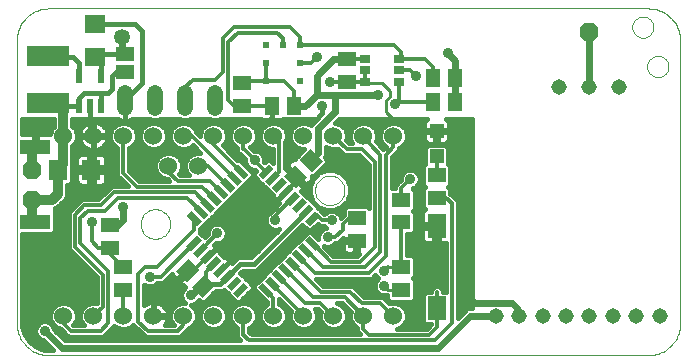
<source format=gtl>
G75*
%MOIN*%
%OFA0B0*%
%FSLAX24Y24*%
%IPPOS*%
%LPD*%
%AMOC8*
5,1,8,0,0,1.08239X$1,22.5*
%
%ADD10C,0.0000*%
%ADD11C,0.0001*%
%ADD12R,0.0500X0.0220*%
%ADD13R,0.0220X0.0500*%
%ADD14R,0.0630X0.0512*%
%ADD15R,0.0512X0.0591*%
%ADD16R,0.0591X0.0512*%
%ADD17C,0.0515*%
%ADD18R,0.0472X0.0472*%
%ADD19R,0.0197X0.0236*%
%ADD20R,0.0236X0.0197*%
%ADD21R,0.0354X0.0276*%
%ADD22C,0.0600*%
%ADD23OC8,0.0630*%
%ADD24R,0.0512X0.0630*%
%ADD25C,0.0520*%
%ADD26R,0.0217X0.0472*%
%ADD27R,0.1417X0.0709*%
%ADD28R,0.0630X0.0709*%
%ADD29R,0.0709X0.0630*%
%ADD30R,0.0630X0.0460*%
%ADD31R,0.0630X0.0787*%
%ADD32R,0.1000X0.0500*%
%ADD33C,0.0120*%
%ADD34C,0.0356*%
%ADD35C,0.0100*%
%ADD36C,0.0160*%
%ADD37C,0.0240*%
%ADD38C,0.0320*%
%ADD39C,0.0531*%
D10*
X001305Y000180D02*
X021305Y000180D01*
X022368Y001243D02*
X022368Y010680D01*
X020764Y011118D02*
X020766Y011155D01*
X020772Y011192D01*
X020781Y011227D01*
X020795Y011262D01*
X020811Y011295D01*
X020832Y011326D01*
X020855Y011355D01*
X020881Y011381D01*
X020910Y011404D01*
X020941Y011425D01*
X020974Y011441D01*
X021009Y011455D01*
X021044Y011464D01*
X021081Y011470D01*
X021118Y011472D01*
X021155Y011470D01*
X021192Y011464D01*
X021227Y011455D01*
X021262Y011441D01*
X021295Y011425D01*
X021326Y011404D01*
X021355Y011381D01*
X021381Y011355D01*
X021404Y011326D01*
X021425Y011295D01*
X021441Y011262D01*
X021455Y011227D01*
X021464Y011192D01*
X021470Y011155D01*
X021472Y011118D01*
X021470Y011081D01*
X021464Y011044D01*
X021455Y011009D01*
X021441Y010974D01*
X021425Y010941D01*
X021404Y010910D01*
X021381Y010881D01*
X021355Y010855D01*
X021326Y010832D01*
X021295Y010811D01*
X021262Y010795D01*
X021227Y010781D01*
X021192Y010772D01*
X021155Y010766D01*
X021118Y010764D01*
X021081Y010766D01*
X021044Y010772D01*
X021009Y010781D01*
X020974Y010795D01*
X020941Y010811D01*
X020910Y010832D01*
X020881Y010855D01*
X020855Y010881D01*
X020832Y010910D01*
X020811Y010941D01*
X020795Y010974D01*
X020781Y011009D01*
X020772Y011044D01*
X020766Y011081D01*
X020764Y011118D01*
X021305Y011743D02*
X001305Y011743D01*
X000243Y010680D02*
X000243Y001243D01*
X004376Y004555D02*
X004378Y004599D01*
X004384Y004643D01*
X004394Y004686D01*
X004407Y004728D01*
X004425Y004768D01*
X004446Y004807D01*
X004470Y004844D01*
X004497Y004879D01*
X004528Y004911D01*
X004561Y004940D01*
X004597Y004966D01*
X004635Y004988D01*
X004675Y005007D01*
X004716Y005023D01*
X004759Y005035D01*
X004802Y005043D01*
X004846Y005047D01*
X004890Y005047D01*
X004934Y005043D01*
X004977Y005035D01*
X005020Y005023D01*
X005061Y005007D01*
X005101Y004988D01*
X005139Y004966D01*
X005175Y004940D01*
X005208Y004911D01*
X005239Y004879D01*
X005266Y004844D01*
X005290Y004807D01*
X005311Y004768D01*
X005329Y004728D01*
X005342Y004686D01*
X005352Y004643D01*
X005358Y004599D01*
X005360Y004555D01*
X005358Y004511D01*
X005352Y004467D01*
X005342Y004424D01*
X005329Y004382D01*
X005311Y004342D01*
X005290Y004303D01*
X005266Y004266D01*
X005239Y004231D01*
X005208Y004199D01*
X005175Y004170D01*
X005139Y004144D01*
X005101Y004122D01*
X005061Y004103D01*
X005020Y004087D01*
X004977Y004075D01*
X004934Y004067D01*
X004890Y004063D01*
X004846Y004063D01*
X004802Y004067D01*
X004759Y004075D01*
X004716Y004087D01*
X004675Y004103D01*
X004635Y004122D01*
X004597Y004144D01*
X004561Y004170D01*
X004528Y004199D01*
X004497Y004231D01*
X004470Y004266D01*
X004446Y004303D01*
X004425Y004342D01*
X004407Y004382D01*
X004394Y004424D01*
X004384Y004467D01*
X004378Y004511D01*
X004376Y004555D01*
X010188Y005680D02*
X010190Y005724D01*
X010196Y005768D01*
X010206Y005811D01*
X010219Y005853D01*
X010237Y005893D01*
X010258Y005932D01*
X010282Y005969D01*
X010309Y006004D01*
X010340Y006036D01*
X010373Y006065D01*
X010409Y006091D01*
X010447Y006113D01*
X010487Y006132D01*
X010528Y006148D01*
X010571Y006160D01*
X010614Y006168D01*
X010658Y006172D01*
X010702Y006172D01*
X010746Y006168D01*
X010789Y006160D01*
X010832Y006148D01*
X010873Y006132D01*
X010913Y006113D01*
X010951Y006091D01*
X010987Y006065D01*
X011020Y006036D01*
X011051Y006004D01*
X011078Y005969D01*
X011102Y005932D01*
X011123Y005893D01*
X011141Y005853D01*
X011154Y005811D01*
X011164Y005768D01*
X011170Y005724D01*
X011172Y005680D01*
X011170Y005636D01*
X011164Y005592D01*
X011154Y005549D01*
X011141Y005507D01*
X011123Y005467D01*
X011102Y005428D01*
X011078Y005391D01*
X011051Y005356D01*
X011020Y005324D01*
X010987Y005295D01*
X010951Y005269D01*
X010913Y005247D01*
X010873Y005228D01*
X010832Y005212D01*
X010789Y005200D01*
X010746Y005192D01*
X010702Y005188D01*
X010658Y005188D01*
X010614Y005192D01*
X010571Y005200D01*
X010528Y005212D01*
X010487Y005228D01*
X010447Y005247D01*
X010409Y005269D01*
X010373Y005295D01*
X010340Y005324D01*
X010309Y005356D01*
X010282Y005391D01*
X010258Y005428D01*
X010237Y005467D01*
X010219Y005507D01*
X010206Y005549D01*
X010196Y005592D01*
X010190Y005636D01*
X010188Y005680D01*
X021264Y009805D02*
X021266Y009842D01*
X021272Y009879D01*
X021281Y009914D01*
X021295Y009949D01*
X021311Y009982D01*
X021332Y010013D01*
X021355Y010042D01*
X021381Y010068D01*
X021410Y010091D01*
X021441Y010112D01*
X021474Y010128D01*
X021509Y010142D01*
X021544Y010151D01*
X021581Y010157D01*
X021618Y010159D01*
X021655Y010157D01*
X021692Y010151D01*
X021727Y010142D01*
X021762Y010128D01*
X021795Y010112D01*
X021826Y010091D01*
X021855Y010068D01*
X021881Y010042D01*
X021904Y010013D01*
X021925Y009982D01*
X021941Y009949D01*
X021955Y009914D01*
X021964Y009879D01*
X021970Y009842D01*
X021972Y009805D01*
X021970Y009768D01*
X021964Y009731D01*
X021955Y009696D01*
X021941Y009661D01*
X021925Y009628D01*
X021904Y009597D01*
X021881Y009568D01*
X021855Y009542D01*
X021826Y009519D01*
X021795Y009498D01*
X021762Y009482D01*
X021727Y009468D01*
X021692Y009459D01*
X021655Y009453D01*
X021618Y009451D01*
X021581Y009453D01*
X021544Y009459D01*
X021509Y009468D01*
X021474Y009482D01*
X021441Y009498D01*
X021410Y009519D01*
X021381Y009542D01*
X021355Y009568D01*
X021332Y009597D01*
X021311Y009628D01*
X021295Y009661D01*
X021281Y009696D01*
X021272Y009731D01*
X021266Y009768D01*
X021264Y009805D01*
D11*
X022367Y010680D02*
X022364Y010744D01*
X022357Y010807D01*
X022347Y010870D01*
X022333Y010933D01*
X022315Y010994D01*
X022294Y011054D01*
X022269Y011113D01*
X022241Y011170D01*
X022209Y011226D01*
X022174Y011279D01*
X022136Y011331D01*
X022095Y011380D01*
X022051Y011426D01*
X022005Y011470D01*
X021956Y011511D01*
X021904Y011549D01*
X021851Y011584D01*
X021795Y011616D01*
X021738Y011644D01*
X021679Y011669D01*
X021619Y011690D01*
X021558Y011708D01*
X021495Y011722D01*
X021432Y011732D01*
X021369Y011739D01*
X021305Y011742D01*
X001305Y011742D02*
X001241Y011739D01*
X001178Y011732D01*
X001115Y011722D01*
X001052Y011708D01*
X000991Y011690D01*
X000931Y011669D01*
X000872Y011644D01*
X000815Y011616D01*
X000759Y011584D01*
X000706Y011549D01*
X000654Y011511D01*
X000605Y011470D01*
X000559Y011426D01*
X000515Y011380D01*
X000474Y011331D01*
X000436Y011279D01*
X000401Y011226D01*
X000369Y011170D01*
X000341Y011113D01*
X000316Y011054D01*
X000295Y010994D01*
X000277Y010933D01*
X000263Y010870D01*
X000253Y010807D01*
X000246Y010744D01*
X000243Y010680D01*
X000243Y001242D02*
X000246Y001178D01*
X000253Y001115D01*
X000263Y001052D01*
X000277Y000989D01*
X000295Y000928D01*
X000316Y000868D01*
X000341Y000809D01*
X000369Y000752D01*
X000401Y000696D01*
X000436Y000643D01*
X000474Y000591D01*
X000515Y000542D01*
X000559Y000496D01*
X000605Y000452D01*
X000654Y000411D01*
X000706Y000373D01*
X000759Y000338D01*
X000815Y000306D01*
X000872Y000278D01*
X000931Y000253D01*
X000991Y000232D01*
X001052Y000214D01*
X001115Y000200D01*
X001178Y000190D01*
X001241Y000183D01*
X001305Y000180D01*
X021305Y000180D02*
X021369Y000183D01*
X021432Y000190D01*
X021495Y000200D01*
X021558Y000214D01*
X021619Y000232D01*
X021679Y000253D01*
X021738Y000278D01*
X021795Y000306D01*
X021851Y000338D01*
X021904Y000373D01*
X021956Y000411D01*
X022005Y000452D01*
X022051Y000496D01*
X022095Y000542D01*
X022136Y000591D01*
X022174Y000643D01*
X022209Y000696D01*
X022241Y000752D01*
X022269Y000809D01*
X022294Y000868D01*
X022315Y000928D01*
X022333Y000989D01*
X022347Y001052D01*
X022357Y001115D01*
X022364Y001178D01*
X022367Y001242D01*
D12*
G36*
X010361Y004838D02*
X010009Y004486D01*
X009853Y004642D01*
X010205Y004994D01*
X010361Y004838D01*
G37*
G36*
X010138Y005061D02*
X009786Y004709D01*
X009630Y004865D01*
X009982Y005217D01*
X010138Y005061D01*
G37*
G36*
X009916Y005284D02*
X009564Y004932D01*
X009408Y005088D01*
X009760Y005440D01*
X009916Y005284D01*
G37*
G36*
X009693Y005506D02*
X009341Y005154D01*
X009185Y005310D01*
X009537Y005662D01*
X009693Y005506D01*
G37*
G36*
X009470Y005729D02*
X009118Y005377D01*
X008962Y005533D01*
X009314Y005885D01*
X009470Y005729D01*
G37*
G36*
X009248Y005952D02*
X008896Y005600D01*
X008740Y005756D01*
X009092Y006108D01*
X009248Y005952D01*
G37*
G36*
X009025Y006174D02*
X008673Y005822D01*
X008517Y005978D01*
X008869Y006330D01*
X009025Y006174D01*
G37*
G36*
X008802Y006397D02*
X008450Y006045D01*
X008294Y006201D01*
X008646Y006553D01*
X008802Y006397D01*
G37*
G36*
X006412Y004007D02*
X006060Y003655D01*
X005904Y003811D01*
X006256Y004163D01*
X006412Y004007D01*
G37*
G36*
X006635Y003784D02*
X006283Y003432D01*
X006127Y003588D01*
X006479Y003940D01*
X006635Y003784D01*
G37*
G36*
X006858Y003562D02*
X006506Y003210D01*
X006350Y003366D01*
X006702Y003718D01*
X006858Y003562D01*
G37*
G36*
X007080Y003339D02*
X006728Y002987D01*
X006572Y003143D01*
X006924Y003495D01*
X007080Y003339D01*
G37*
G36*
X007303Y003116D02*
X006951Y002764D01*
X006795Y002920D01*
X007147Y003272D01*
X007303Y003116D01*
G37*
G36*
X007526Y002894D02*
X007174Y002542D01*
X007018Y002698D01*
X007370Y003050D01*
X007526Y002894D01*
G37*
G36*
X007748Y002671D02*
X007396Y002319D01*
X007240Y002475D01*
X007592Y002827D01*
X007748Y002671D01*
G37*
G36*
X007971Y002448D02*
X007619Y002096D01*
X007463Y002252D01*
X007815Y002604D01*
X007971Y002448D01*
G37*
D13*
G36*
X008802Y002252D02*
X008646Y002096D01*
X008294Y002448D01*
X008450Y002604D01*
X008802Y002252D01*
G37*
G36*
X009025Y002475D02*
X008869Y002319D01*
X008517Y002671D01*
X008673Y002827D01*
X009025Y002475D01*
G37*
G36*
X009248Y002698D02*
X009092Y002542D01*
X008740Y002894D01*
X008896Y003050D01*
X009248Y002698D01*
G37*
G36*
X009470Y002920D02*
X009314Y002764D01*
X008962Y003116D01*
X009118Y003272D01*
X009470Y002920D01*
G37*
G36*
X009693Y003143D02*
X009537Y002987D01*
X009185Y003339D01*
X009341Y003495D01*
X009693Y003143D01*
G37*
G36*
X009916Y003366D02*
X009760Y003210D01*
X009408Y003562D01*
X009564Y003718D01*
X009916Y003366D01*
G37*
G36*
X010138Y003588D02*
X009982Y003432D01*
X009630Y003784D01*
X009786Y003940D01*
X010138Y003588D01*
G37*
G36*
X010361Y003811D02*
X010205Y003655D01*
X009853Y004007D01*
X010009Y004163D01*
X010361Y003811D01*
G37*
G36*
X007303Y005533D02*
X007147Y005377D01*
X006795Y005729D01*
X006951Y005885D01*
X007303Y005533D01*
G37*
G36*
X007526Y005756D02*
X007370Y005600D01*
X007018Y005952D01*
X007174Y006108D01*
X007526Y005756D01*
G37*
G36*
X007748Y005978D02*
X007592Y005822D01*
X007240Y006174D01*
X007396Y006330D01*
X007748Y005978D01*
G37*
G36*
X007971Y006201D02*
X007815Y006045D01*
X007463Y006397D01*
X007619Y006553D01*
X007971Y006201D01*
G37*
G36*
X007080Y005310D02*
X006924Y005154D01*
X006572Y005506D01*
X006728Y005662D01*
X007080Y005310D01*
G37*
G36*
X006858Y005088D02*
X006702Y004932D01*
X006350Y005284D01*
X006506Y005440D01*
X006858Y005088D01*
G37*
G36*
X006635Y004865D02*
X006479Y004709D01*
X006127Y005061D01*
X006283Y005217D01*
X006635Y004865D01*
G37*
G36*
X006412Y004642D02*
X006256Y004486D01*
X005904Y004838D01*
X006060Y004994D01*
X006412Y004642D01*
G37*
D14*
X003350Y004514D03*
X003350Y003766D03*
X013055Y003117D03*
X013055Y002368D03*
X013055Y004618D03*
X013055Y005367D03*
X014243Y005431D03*
X014243Y006179D03*
D15*
G36*
X010453Y006645D02*
X010091Y006283D01*
X009675Y006699D01*
X010037Y007061D01*
X010453Y006645D01*
G37*
G36*
X009924Y006116D02*
X009562Y005754D01*
X009146Y006170D01*
X009508Y006532D01*
X009924Y006116D01*
G37*
X009492Y008493D03*
X008743Y008493D03*
G36*
X005923Y002620D02*
X005561Y002982D01*
X005977Y003398D01*
X006339Y003036D01*
X005923Y002620D01*
G37*
G36*
X006451Y002091D02*
X006089Y002453D01*
X006505Y002869D01*
X006867Y002507D01*
X006451Y002091D01*
G37*
D16*
X003805Y002368D03*
X003805Y003117D03*
X011584Y004000D03*
X011584Y004748D03*
X007743Y008493D03*
X007743Y009242D03*
X011243Y009306D03*
X011243Y010054D03*
D17*
X018336Y009118D03*
X019336Y009118D03*
X020336Y009118D03*
X020118Y001493D03*
X020899Y001493D03*
X021680Y001493D03*
X019336Y001493D03*
X018555Y001493D03*
X017774Y001493D03*
X016993Y001493D03*
X016211Y001493D03*
D18*
X014243Y006829D03*
X014243Y007656D03*
D19*
X009688Y009339D03*
X009688Y009930D03*
X009688Y010521D03*
X008547Y010521D03*
X008547Y009930D03*
X008547Y009339D03*
D20*
X009118Y010540D03*
D21*
X011859Y010054D03*
X011859Y009680D03*
X011859Y009306D03*
X013001Y009306D03*
X013001Y009680D03*
X013001Y010054D03*
D22*
X012805Y007493D03*
X011805Y007493D03*
X010805Y007493D03*
X009805Y007493D03*
X008805Y007493D03*
X007805Y007493D03*
X006805Y007493D03*
X005805Y007493D03*
X004805Y007493D03*
X003805Y007493D03*
X002805Y007493D03*
X001805Y007493D03*
X005305Y006493D03*
X006305Y006493D03*
X005805Y001493D03*
X004805Y001493D03*
X003805Y001493D03*
X002805Y001493D03*
X001805Y001493D03*
X006805Y001493D03*
X007805Y001493D03*
X008805Y001493D03*
X009805Y001493D03*
X010805Y001493D03*
X011805Y001493D03*
X012805Y001493D03*
D23*
X000743Y005368D03*
X000743Y006368D03*
X019336Y010961D03*
D24*
X014867Y009430D03*
X014118Y009430D03*
X014118Y008618D03*
X014867Y008618D03*
D25*
X006868Y008420D02*
X006868Y008940D01*
X005868Y008940D02*
X005868Y008420D01*
X004868Y008420D02*
X004868Y008940D01*
X003868Y008940D02*
X003868Y008420D01*
D26*
X003054Y008481D03*
X002680Y008481D03*
X002306Y008481D03*
X002306Y009504D03*
X003054Y009504D03*
D27*
X001305Y010155D03*
X001305Y008580D03*
D28*
X001629Y006368D03*
X002731Y006368D03*
D29*
X002868Y010129D03*
X002868Y011231D03*
D30*
X003868Y010230D03*
X003868Y009630D03*
D31*
X014243Y004493D03*
X014243Y001742D03*
D32*
X000868Y004618D03*
X000868Y007118D03*
D33*
X003055Y005180D02*
X003493Y005618D01*
X006180Y005618D01*
X006604Y005194D01*
X006604Y005186D01*
X006381Y004979D02*
X005930Y005430D01*
X003618Y005430D01*
X003180Y004993D01*
X002618Y004993D01*
X002368Y004743D01*
X002368Y003930D01*
X003305Y002993D01*
X003305Y001243D01*
X003055Y000993D01*
X002055Y000993D01*
X001805Y001243D01*
X001805Y001493D01*
X002805Y001493D02*
X003118Y001805D01*
X003118Y002868D01*
X002180Y003805D01*
X002180Y004868D01*
X002493Y005180D01*
X003055Y005180D01*
X002743Y004618D02*
X002743Y003993D01*
X002969Y003766D01*
X003350Y003766D01*
X003350Y003572D01*
X003805Y003117D01*
X004305Y002887D02*
X004305Y001305D01*
X004618Y000993D01*
X005618Y000993D01*
X005805Y001180D01*
X005805Y001493D01*
X004805Y001493D02*
X004805Y001743D01*
X006075Y003012D01*
X005950Y003009D01*
X006137Y002997D01*
X006604Y003464D01*
X007015Y003875D01*
X007241Y003875D01*
X007374Y003743D01*
X007462Y003654D01*
X007462Y003431D01*
X007049Y003018D01*
X006826Y003241D02*
X006542Y002957D01*
X006542Y002667D01*
X006478Y002480D01*
X006716Y002555D01*
X006136Y002947D02*
X005950Y003009D01*
X005054Y002805D02*
X004680Y002805D01*
X004536Y003118D02*
X004305Y002887D01*
X004536Y003118D02*
X004930Y003118D01*
X006158Y004346D01*
X006158Y004740D01*
X006381Y004963D02*
X006381Y004979D01*
X006826Y005408D02*
X006826Y005409D01*
X006430Y005805D01*
X004243Y005805D01*
X003805Y006243D01*
X003805Y007493D01*
X005305Y006493D02*
X005305Y006305D01*
X005618Y005993D01*
X006688Y005993D01*
X007049Y005631D01*
X007272Y005854D02*
X006633Y006493D01*
X006305Y006493D01*
X006078Y007493D02*
X007494Y006076D01*
X007717Y006268D02*
X007717Y006299D01*
X006805Y007211D01*
X006805Y007493D01*
X006078Y007493D02*
X005805Y007493D01*
X007305Y008680D02*
X007492Y008493D01*
X007743Y008493D01*
X008368Y008493D01*
X008743Y008493D01*
X009492Y008493D02*
X009492Y008993D01*
X009146Y009339D01*
X008547Y009339D01*
X008028Y009339D01*
X007743Y009242D01*
X007118Y009618D02*
X006868Y009368D01*
X006118Y009368D01*
X005868Y009118D01*
X005868Y008680D01*
X007305Y008680D02*
X007305Y010618D01*
X007618Y010930D01*
X008930Y010930D01*
X009118Y010743D01*
X009118Y010540D01*
X009688Y010521D02*
X009688Y010797D01*
X009368Y011118D01*
X007493Y011118D01*
X007118Y010743D01*
X007118Y009618D01*
X008547Y009339D02*
X008547Y009930D01*
X009688Y009930D02*
X010055Y009930D01*
X010243Y010118D01*
X009688Y010521D02*
X012839Y010521D01*
X013055Y010305D01*
X013055Y010108D01*
X013001Y010054D01*
X013868Y010054D01*
X014118Y009805D01*
X014118Y009431D01*
X014118Y009430D01*
X013555Y009493D02*
X013368Y009680D01*
X013001Y009680D01*
X013001Y009306D02*
X013001Y008688D01*
X012868Y008555D01*
X012930Y008618D01*
X014118Y008618D01*
X012805Y007493D02*
X012805Y007118D01*
X012555Y006868D01*
X012555Y003493D01*
X011993Y002930D01*
X010195Y002930D01*
X009662Y003464D01*
X009884Y003686D02*
X010453Y003118D01*
X011868Y003118D01*
X012368Y003618D01*
X012368Y006868D01*
X011805Y007493D01*
X011743Y007055D02*
X011243Y007055D01*
X010805Y007493D01*
X011743Y007055D02*
X012180Y006618D01*
X012180Y003805D01*
X011680Y003305D01*
X010711Y003305D01*
X010107Y003909D01*
X010618Y004118D02*
X010868Y004118D01*
X011118Y004368D01*
X011118Y004555D01*
X011310Y004748D01*
X011584Y004748D01*
X010743Y004680D02*
X010430Y004680D01*
X010240Y004865D01*
X010107Y004740D01*
X009439Y005408D02*
X008868Y004837D01*
X008868Y004680D01*
X008305Y004368D02*
X008305Y004368D01*
X008129Y004544D01*
X007374Y003788D01*
X006930Y004243D02*
X006506Y003818D01*
X006381Y003686D01*
X006158Y003909D02*
X005054Y002805D01*
X003805Y002368D02*
X003805Y001493D01*
X007805Y001493D02*
X007805Y000868D01*
X007993Y000680D01*
X014180Y000680D01*
X014743Y001243D01*
X014743Y005243D01*
X014555Y005430D01*
X014243Y005430D01*
X014243Y005431D01*
X013368Y006055D02*
X013055Y005743D01*
X013055Y005367D01*
X013055Y004618D02*
X013055Y003117D01*
X012617Y003117D02*
X012493Y002993D01*
X011584Y003709D02*
X011368Y003493D01*
X011118Y003493D01*
X010868Y003743D01*
X010623Y004112D02*
X010618Y004118D01*
X011584Y004000D02*
X011584Y003709D01*
X010375Y002305D02*
X009439Y003241D01*
X009216Y003018D02*
X010117Y002118D01*
X011180Y002118D01*
X011805Y001493D01*
X011805Y001055D01*
X011993Y000868D01*
X013993Y000868D01*
X014253Y001128D01*
X014253Y002294D01*
X014243Y001742D01*
X012805Y001493D02*
X012368Y001930D01*
X011743Y001930D01*
X011368Y002305D01*
X010375Y002305D01*
X010368Y001930D02*
X009859Y001930D01*
X008994Y002796D01*
X008771Y002573D02*
X009805Y001539D01*
X009805Y001493D01*
X010368Y001930D02*
X010805Y001493D01*
X008805Y001493D02*
X008805Y002093D01*
X008548Y002350D01*
X008129Y004544D02*
X009216Y005631D01*
X009660Y006075D01*
X009535Y006143D01*
X009660Y006075D01*
X008993Y006298D02*
X008993Y007305D01*
X008805Y007493D01*
X008743Y007992D02*
X007930Y007993D01*
X007805Y007493D02*
X007805Y007042D01*
X007818Y007042D01*
X008180Y006680D01*
X008180Y006667D01*
X008548Y006299D01*
X008771Y006076D02*
X008993Y006298D01*
X010064Y006672D02*
X010189Y006814D01*
X014243Y006829D02*
X014243Y006179D01*
X011859Y009306D02*
X011243Y009306D01*
X010681Y009306D01*
X010680Y009305D01*
X011243Y010054D02*
X011859Y010054D01*
X011859Y009680D02*
X011859Y009306D01*
X016118Y001492D02*
X016211Y001493D01*
D34*
X013430Y001305D03*
X011305Y001055D03*
X009305Y001055D03*
X007305Y001055D03*
X006055Y002180D03*
X004680Y002805D03*
X002305Y002180D03*
X000743Y002868D03*
X001618Y003368D03*
X000618Y003618D03*
X001805Y004368D03*
X002743Y004618D03*
X003805Y005118D03*
X004555Y006430D03*
X001368Y007930D03*
X001118Y007680D03*
X000868Y007930D03*
X000555Y007680D03*
X006930Y004243D03*
X008305Y004368D03*
X008868Y004680D03*
X007993Y005243D03*
X010618Y004118D03*
X010868Y003743D03*
X012493Y002993D03*
X012493Y002493D03*
X010555Y002618D03*
X010743Y004680D03*
X013368Y006055D03*
X010430Y008493D03*
X010680Y009305D03*
X010243Y010118D03*
X012305Y008868D03*
X012868Y008555D03*
X013555Y009493D03*
X014618Y010243D03*
X008180Y006680D03*
X000680Y001555D03*
X001180Y000993D03*
D35*
X007374Y003743D02*
X007374Y003788D01*
X012493Y002493D02*
X012617Y002368D01*
X013055Y002368D01*
X013055Y003117D02*
X012617Y003117D01*
X013930Y004430D02*
X013680Y004680D01*
X013680Y007680D01*
X014218Y007680D01*
X014243Y007656D01*
X013680Y007680D02*
X013680Y007868D01*
X013493Y008055D01*
X012805Y008055D01*
X012555Y008305D01*
X012555Y008680D01*
X012680Y008805D01*
X012680Y008993D01*
X012430Y009243D01*
X011923Y009243D01*
X011859Y009306D01*
X013930Y004430D02*
X014243Y004493D01*
D36*
X000908Y000460D02*
X000686Y000623D01*
X000523Y000846D01*
X000435Y001107D01*
X000422Y001245D01*
X000422Y004228D01*
X001425Y004228D01*
X001507Y004310D01*
X001507Y004894D01*
X001510Y004897D01*
X001510Y005076D01*
X001600Y005113D01*
X001684Y005198D01*
X001883Y005396D01*
X001929Y005507D01*
X001929Y005873D01*
X002002Y005873D01*
X002084Y005955D01*
X002084Y006433D01*
X002105Y006484D01*
X002105Y007170D01*
X002178Y007243D01*
X002245Y007405D01*
X002245Y007580D01*
X002178Y007742D01*
X002105Y007815D01*
X002105Y008055D01*
X003621Y008055D01*
X003637Y008044D01*
X003699Y008012D01*
X003764Y007991D01*
X003833Y007980D01*
X003867Y007980D01*
X003867Y008055D01*
X003868Y008055D01*
X003868Y007980D01*
X003902Y007980D01*
X003971Y007991D01*
X004036Y008012D01*
X004098Y008044D01*
X004114Y008055D01*
X004703Y008055D01*
X004788Y008020D01*
X004947Y008020D01*
X005032Y008055D01*
X005703Y008055D01*
X005788Y008020D01*
X005947Y008020D01*
X006032Y008055D01*
X006703Y008055D01*
X006788Y008020D01*
X006947Y008020D01*
X007032Y008055D01*
X008375Y008055D01*
X008377Y008053D01*
X008418Y008029D01*
X008464Y008017D01*
X008696Y008017D01*
X008696Y008055D01*
X008791Y008055D01*
X008791Y008017D01*
X009023Y008017D01*
X009069Y008029D01*
X009110Y008053D01*
X009112Y008055D01*
X010250Y008055D01*
X010085Y007890D01*
X010069Y007851D01*
X010054Y007866D01*
X009893Y007932D01*
X009717Y007932D01*
X009556Y007866D01*
X009432Y007742D01*
X009365Y007580D01*
X009365Y007405D01*
X009432Y007243D01*
X009556Y007119D01*
X009717Y007053D01*
X009829Y007053D01*
X009535Y006758D01*
X009535Y006712D01*
X009531Y006713D01*
X009484Y006713D01*
X009438Y006701D01*
X009397Y006677D01*
X009233Y006513D01*
X009535Y006211D01*
X009468Y006143D01*
X009192Y006418D01*
X009192Y007278D01*
X009245Y007405D01*
X009245Y007580D01*
X009178Y007742D01*
X009054Y007866D01*
X008893Y007932D01*
X008717Y007932D01*
X008556Y007866D01*
X008432Y007742D01*
X008365Y007580D01*
X008365Y007405D01*
X008432Y007243D01*
X008556Y007119D01*
X008717Y007053D01*
X008793Y007053D01*
X008793Y006606D01*
X008705Y006694D01*
X008589Y006694D01*
X008513Y006617D01*
X008498Y006632D01*
X008498Y006743D01*
X008450Y006860D01*
X008360Y006950D01*
X008243Y006998D01*
X008145Y006998D01*
X008032Y007110D01*
X008054Y007119D01*
X008178Y007243D01*
X008245Y007405D01*
X008245Y007580D01*
X008178Y007742D01*
X008054Y007866D01*
X007893Y007932D01*
X007717Y007932D01*
X007556Y007866D01*
X007432Y007742D01*
X007365Y007580D01*
X007365Y007405D01*
X007432Y007243D01*
X007556Y007119D01*
X007605Y007099D01*
X007605Y006959D01*
X007722Y006842D01*
X007735Y006842D01*
X007862Y006715D01*
X007862Y006617D01*
X007910Y006500D01*
X008000Y006410D01*
X008117Y006362D01*
X008203Y006362D01*
X008230Y006334D01*
X008154Y006258D01*
X008154Y006142D01*
X008391Y005905D01*
X008614Y005682D01*
X008782Y005514D01*
X008782Y005508D01*
X008794Y005463D01*
X008818Y005421D01*
X008912Y005327D01*
X009216Y005631D01*
X009216Y005631D01*
X008912Y005327D01*
X008994Y005246D01*
X008785Y005037D01*
X008705Y004957D01*
X008687Y004950D01*
X008598Y004860D01*
X008549Y004743D01*
X008549Y004617D01*
X008598Y004500D01*
X008687Y004410D01*
X008804Y004362D01*
X008931Y004362D01*
X009002Y004391D01*
X008056Y003445D01*
X007611Y003445D01*
X007482Y003317D01*
X007420Y003255D01*
X007353Y003322D01*
X007049Y003018D01*
X007049Y003018D01*
X007353Y003322D01*
X007259Y003417D01*
X007217Y003441D01*
X007172Y003453D01*
X007166Y003453D01*
X007038Y003581D01*
X007038Y003586D01*
X007026Y003632D01*
X007002Y003673D01*
X006908Y003768D01*
X006604Y003464D01*
X006604Y003464D01*
X006908Y003768D01*
X006823Y003853D01*
X006895Y003924D01*
X006993Y003924D01*
X007110Y003973D01*
X007200Y004062D01*
X007248Y004179D01*
X007248Y004306D01*
X007200Y004423D01*
X007110Y004512D01*
X006993Y004561D01*
X006867Y004561D01*
X006750Y004512D01*
X006660Y004423D01*
X006612Y004306D01*
X006612Y004207D01*
X006512Y004107D01*
X006357Y004262D01*
X006358Y004263D01*
X006358Y004389D01*
X006553Y004583D01*
X006775Y004806D01*
X006998Y005029D01*
X007221Y005251D01*
X007444Y005474D01*
X007666Y005697D01*
X007889Y005919D01*
X008112Y006142D01*
X008112Y006258D01*
X007676Y006694D01*
X007605Y006694D01*
X007117Y007182D01*
X007178Y007243D01*
X007245Y007405D01*
X007245Y007580D01*
X007178Y007742D01*
X007054Y007866D01*
X006893Y007932D01*
X006717Y007932D01*
X006556Y007866D01*
X006432Y007742D01*
X006365Y007580D01*
X006365Y007489D01*
X006225Y007629D01*
X006178Y007742D01*
X006054Y007866D01*
X005893Y007932D01*
X005717Y007932D01*
X005556Y007866D01*
X005432Y007742D01*
X005365Y007580D01*
X005365Y007405D01*
X005432Y007243D01*
X005556Y007119D01*
X005717Y007053D01*
X005893Y007053D01*
X006054Y007119D01*
X006111Y007177D01*
X006356Y006932D01*
X006217Y006932D01*
X006056Y006866D01*
X005932Y006742D01*
X005865Y006580D01*
X005865Y006405D01*
X005932Y006243D01*
X005983Y006192D01*
X005700Y006192D01*
X005664Y006229D01*
X005678Y006243D01*
X005745Y006405D01*
X005745Y006580D01*
X005678Y006742D01*
X005554Y006866D01*
X005393Y006932D01*
X005217Y006932D01*
X005056Y006866D01*
X004932Y006742D01*
X004865Y006580D01*
X004865Y006405D01*
X004932Y006243D01*
X005056Y006119D01*
X005217Y006053D01*
X005275Y006053D01*
X005322Y006005D01*
X004325Y006005D01*
X004005Y006325D01*
X004005Y007099D01*
X004054Y007119D01*
X004178Y007243D01*
X004245Y007405D01*
X004245Y007580D01*
X004178Y007742D01*
X004054Y007866D01*
X003893Y007932D01*
X003717Y007932D01*
X003556Y007866D01*
X003432Y007742D01*
X003365Y007580D01*
X003365Y007405D01*
X003432Y007243D01*
X003556Y007119D01*
X003605Y007099D01*
X003605Y006160D01*
X003722Y006043D01*
X003947Y005817D01*
X003410Y005817D01*
X002972Y005380D01*
X002410Y005380D01*
X001980Y004950D01*
X001980Y003722D01*
X002918Y002785D01*
X002918Y001922D01*
X002893Y001932D01*
X002717Y001932D01*
X002556Y001866D01*
X002432Y001742D01*
X002365Y001580D01*
X002365Y001405D01*
X002432Y001243D01*
X002483Y001192D01*
X002138Y001192D01*
X002133Y001198D01*
X002178Y001243D01*
X002245Y001405D01*
X002245Y001580D01*
X002178Y001742D01*
X002054Y001866D01*
X001893Y001932D01*
X001717Y001932D01*
X001556Y001866D01*
X001432Y001742D01*
X001365Y001580D01*
X001365Y001405D01*
X001432Y001243D01*
X001556Y001119D01*
X001708Y001056D01*
X001722Y001043D01*
X001972Y000793D01*
X003138Y000793D01*
X003255Y000910D01*
X003505Y001160D01*
X003505Y001170D01*
X003556Y001119D01*
X003717Y001053D01*
X003893Y001053D01*
X004054Y001119D01*
X004131Y001196D01*
X004418Y000910D01*
X004535Y000793D01*
X005700Y000793D01*
X005888Y000980D01*
X006005Y001097D01*
X006005Y001099D01*
X006054Y001119D01*
X006178Y001243D01*
X006245Y001405D01*
X006245Y001580D01*
X006178Y001742D01*
X006058Y001862D01*
X006118Y001862D01*
X006235Y001910D01*
X006325Y002000D01*
X006330Y002013D01*
X006393Y001950D01*
X006509Y001950D01*
X006894Y002335D01*
X007122Y002335D01*
X007152Y002364D01*
X007323Y002193D01*
X007560Y001956D01*
X007676Y001956D01*
X008112Y002391D01*
X008112Y002507D01*
X007874Y002745D01*
X007703Y002916D01*
X007793Y003005D01*
X008238Y003005D01*
X009764Y004532D01*
X009950Y004346D01*
X010066Y004346D01*
X010274Y004553D01*
X010289Y004538D01*
X010347Y004480D01*
X010349Y004480D01*
X010350Y004479D01*
X010431Y004480D01*
X010493Y004480D01*
X010542Y004431D01*
X010437Y004387D01*
X010348Y004298D01*
X010299Y004181D01*
X010299Y004070D01*
X010066Y004304D01*
X009950Y004304D01*
X009713Y004066D01*
X009490Y003843D01*
X009267Y003621D01*
X009044Y003398D01*
X008822Y003175D01*
X008599Y002953D01*
X008376Y002730D01*
X008154Y002507D01*
X008154Y002391D01*
X008589Y001956D01*
X008605Y001956D01*
X008605Y001886D01*
X008556Y001866D01*
X008432Y001742D01*
X008365Y001580D01*
X008365Y001405D01*
X008432Y001243D01*
X008556Y001119D01*
X008717Y001053D01*
X008893Y001053D01*
X009054Y001119D01*
X009178Y001243D01*
X009245Y001405D01*
X009245Y001580D01*
X009178Y001742D01*
X009054Y001866D01*
X009005Y001886D01*
X009005Y002056D01*
X009399Y001662D01*
X009365Y001580D01*
X009365Y001405D01*
X009432Y001243D01*
X009556Y001119D01*
X009717Y001053D01*
X009893Y001053D01*
X010054Y001119D01*
X010178Y001243D01*
X010245Y001405D01*
X010245Y001580D01*
X010183Y001730D01*
X010285Y001730D01*
X010385Y001629D01*
X010365Y001580D01*
X010365Y001405D01*
X010432Y001243D01*
X010556Y001119D01*
X010717Y001053D01*
X010893Y001053D01*
X011054Y001119D01*
X011178Y001243D01*
X011245Y001405D01*
X011245Y001580D01*
X011178Y001742D01*
X011054Y001866D01*
X010929Y001918D01*
X011097Y001918D01*
X011385Y001629D01*
X011365Y001580D01*
X011365Y001405D01*
X011432Y001243D01*
X011556Y001119D01*
X011605Y001099D01*
X011605Y000972D01*
X011697Y000880D01*
X008075Y000880D01*
X008005Y000950D01*
X008005Y001099D01*
X008054Y001119D01*
X008178Y001243D01*
X008245Y001405D01*
X008245Y001580D01*
X008178Y001742D01*
X008054Y001866D01*
X007893Y001932D01*
X007717Y001932D01*
X007556Y001866D01*
X007432Y001742D01*
X007365Y001580D01*
X007365Y001405D01*
X007432Y001243D01*
X007556Y001119D01*
X007605Y001099D01*
X007605Y000785D01*
X007700Y000690D01*
X001850Y000690D01*
X001498Y001042D01*
X001498Y001056D01*
X001450Y001173D01*
X001360Y001262D01*
X001243Y001311D01*
X001117Y001311D01*
X001000Y001262D01*
X000910Y001173D01*
X000862Y001056D01*
X000862Y000929D01*
X000910Y000812D01*
X001000Y000723D01*
X001117Y000674D01*
X001130Y000674D01*
X001445Y000360D01*
X001307Y000360D01*
X001170Y000373D01*
X000908Y000460D01*
X000858Y000497D02*
X001308Y000497D01*
X001149Y000656D02*
X000662Y000656D01*
X000546Y000814D02*
X000910Y000814D01*
X000862Y000973D02*
X000480Y000973D01*
X000433Y001131D02*
X000893Y001131D01*
X001066Y001290D02*
X000422Y001290D01*
X000422Y001448D02*
X001365Y001448D01*
X001376Y001607D02*
X000422Y001607D01*
X000422Y001765D02*
X001455Y001765D01*
X001696Y001924D02*
X000422Y001924D01*
X000422Y002082D02*
X002918Y002082D01*
X002914Y001924D02*
X002918Y001924D01*
X002696Y001924D02*
X001914Y001924D01*
X002155Y001765D02*
X002455Y001765D01*
X002376Y001607D02*
X002234Y001607D01*
X002245Y001448D02*
X002365Y001448D01*
X002413Y001290D02*
X002197Y001290D01*
X001792Y000973D02*
X001568Y000973D01*
X001544Y001131D02*
X001467Y001131D01*
X001413Y001290D02*
X001294Y001290D01*
X001726Y000814D02*
X001951Y000814D01*
X003159Y000814D02*
X004513Y000814D01*
X004355Y000973D02*
X003318Y000973D01*
X003255Y000910D02*
X003255Y000910D01*
X003476Y001131D02*
X003544Y001131D01*
X004066Y001131D02*
X004196Y001131D01*
X004785Y001513D02*
X004785Y001972D01*
X004767Y001972D01*
X004693Y001961D01*
X004621Y001937D01*
X004553Y001903D01*
X004505Y001868D01*
X004505Y002533D01*
X004617Y002487D01*
X004743Y002487D01*
X004860Y002535D01*
X004930Y002605D01*
X005137Y002605D01*
X005254Y002722D01*
X005411Y002879D01*
X005416Y002870D01*
X005580Y002707D01*
X005882Y003009D01*
X005950Y002941D01*
X005647Y002639D01*
X005811Y002475D01*
X005852Y002451D01*
X005871Y002446D01*
X005785Y002360D01*
X005737Y002243D01*
X005737Y002117D01*
X005785Y002000D01*
X005853Y001932D01*
X005717Y001932D01*
X005556Y001866D01*
X005432Y001742D01*
X005365Y001580D01*
X005365Y001405D01*
X005432Y001243D01*
X005483Y001192D01*
X005180Y001192D01*
X005216Y001241D01*
X005250Y001308D01*
X005273Y001380D01*
X005285Y001455D01*
X005285Y001472D01*
X004825Y001472D01*
X004825Y001513D01*
X004785Y001513D01*
X004825Y001513D02*
X004825Y001972D01*
X004843Y001972D01*
X004917Y001961D01*
X004989Y001937D01*
X005057Y001903D01*
X005118Y001859D01*
X005171Y001805D01*
X005216Y001744D01*
X005250Y001677D01*
X005273Y001605D01*
X005285Y001530D01*
X005285Y001513D01*
X004825Y001513D01*
X004825Y001607D02*
X004785Y001607D01*
X004785Y001765D02*
X004825Y001765D01*
X005200Y001765D02*
X005455Y001765D01*
X005376Y001607D02*
X005273Y001607D01*
X005284Y001448D02*
X005365Y001448D01*
X005413Y001290D02*
X005240Y001290D01*
X005880Y000973D02*
X007605Y000973D01*
X007544Y001131D02*
X007066Y001131D01*
X007054Y001119D02*
X007178Y001243D01*
X007245Y001405D01*
X007245Y001580D01*
X007178Y001742D01*
X007054Y001866D01*
X006893Y001932D01*
X006717Y001932D01*
X006556Y001866D01*
X006432Y001742D01*
X006365Y001580D01*
X006365Y001405D01*
X006432Y001243D01*
X006556Y001119D01*
X006717Y001053D01*
X006893Y001053D01*
X007054Y001119D01*
X007197Y001290D02*
X007413Y001290D01*
X007365Y001448D02*
X007245Y001448D01*
X007234Y001607D02*
X007376Y001607D01*
X007455Y001765D02*
X007155Y001765D01*
X006914Y001924D02*
X007696Y001924D01*
X007803Y002082D02*
X008463Y002082D01*
X008605Y001924D02*
X007914Y001924D01*
X008155Y001765D02*
X008455Y001765D01*
X008376Y001607D02*
X008234Y001607D01*
X008245Y001448D02*
X008365Y001448D01*
X008413Y001290D02*
X008197Y001290D01*
X008066Y001131D02*
X008544Y001131D01*
X009066Y001131D02*
X009544Y001131D01*
X009413Y001290D02*
X009197Y001290D01*
X009245Y001448D02*
X009365Y001448D01*
X009376Y001607D02*
X009234Y001607D01*
X009296Y001765D02*
X009155Y001765D01*
X009137Y001924D02*
X009005Y001924D01*
X008304Y002241D02*
X007961Y002241D01*
X008112Y002399D02*
X008154Y002399D01*
X008204Y002558D02*
X008061Y002558D01*
X007903Y002716D02*
X008363Y002716D01*
X008521Y002875D02*
X007744Y002875D01*
X007702Y003225D02*
X007272Y002796D01*
X007031Y002555D01*
X006716Y002555D01*
X006799Y002241D02*
X007275Y002241D01*
X007434Y002082D02*
X006641Y002082D01*
X006696Y001924D02*
X006248Y001924D01*
X006155Y001765D02*
X006455Y001765D01*
X006376Y001607D02*
X006234Y001607D01*
X006245Y001448D02*
X006365Y001448D01*
X006413Y001290D02*
X006197Y001290D01*
X006066Y001131D02*
X006544Y001131D01*
X005722Y000814D02*
X007605Y000814D01*
X008005Y000973D02*
X011605Y000973D01*
X011544Y001131D02*
X011066Y001131D01*
X011197Y001290D02*
X011413Y001290D01*
X011365Y001448D02*
X011245Y001448D01*
X011234Y001607D02*
X011376Y001607D01*
X011250Y001765D02*
X011155Y001765D01*
X011825Y002130D02*
X011450Y002505D01*
X010458Y002505D01*
X010233Y002730D01*
X012075Y002730D01*
X012204Y002858D01*
X012223Y002812D01*
X012293Y002742D01*
X012223Y002673D01*
X012174Y002556D01*
X012174Y002429D01*
X012223Y002312D01*
X012312Y002223D01*
X012429Y002174D01*
X012556Y002174D01*
X012566Y002178D01*
X012600Y002178D01*
X012600Y002055D01*
X012682Y001973D01*
X013428Y001973D01*
X013510Y002055D01*
X013510Y002682D01*
X013450Y002743D01*
X013510Y002803D01*
X013510Y003430D01*
X013428Y003512D01*
X013255Y003512D01*
X013255Y004223D01*
X013428Y004223D01*
X013510Y004305D01*
X013510Y004932D01*
X013450Y004993D01*
X013510Y005053D01*
X013510Y005680D01*
X013447Y005744D01*
X013548Y005785D01*
X013637Y005875D01*
X013686Y005992D01*
X013686Y006118D01*
X013637Y006235D01*
X013548Y006325D01*
X013431Y006373D01*
X013304Y006373D01*
X013187Y006325D01*
X013098Y006235D01*
X013049Y006118D01*
X013049Y006020D01*
X012972Y005942D01*
X012855Y005825D01*
X012855Y005762D01*
X012755Y005762D01*
X012755Y006785D01*
X013005Y007035D01*
X013005Y007099D01*
X013054Y007119D01*
X013178Y007243D01*
X013245Y007405D01*
X013245Y007580D01*
X013178Y007742D01*
X013054Y007866D01*
X012893Y007932D01*
X012717Y007932D01*
X012556Y007866D01*
X012432Y007742D01*
X012365Y007580D01*
X012365Y007405D01*
X012432Y007243D01*
X012540Y007135D01*
X012472Y007067D01*
X012464Y007059D01*
X012216Y007335D01*
X012245Y007405D01*
X012245Y007580D01*
X012178Y007742D01*
X012054Y007866D01*
X011893Y007932D01*
X011717Y007932D01*
X011556Y007866D01*
X011432Y007742D01*
X011365Y007580D01*
X011365Y007405D01*
X011427Y007255D01*
X011325Y007255D01*
X011225Y007356D01*
X011245Y007405D01*
X011245Y007580D01*
X011178Y007742D01*
X011054Y007866D01*
X010893Y007932D01*
X010863Y007932D01*
X010985Y008055D01*
X013928Y008055D01*
X013896Y008036D01*
X013862Y008003D01*
X013839Y007962D01*
X013826Y007916D01*
X013826Y007694D01*
X014204Y007694D01*
X014204Y007618D01*
X013826Y007618D01*
X013826Y007396D01*
X013839Y007350D01*
X013862Y007309D01*
X013896Y007276D01*
X013937Y007252D01*
X013983Y007240D01*
X014204Y007240D01*
X014204Y007618D01*
X014281Y007618D01*
X014281Y007694D01*
X014659Y007694D01*
X014659Y007916D01*
X014646Y007962D01*
X014623Y008003D01*
X014589Y008036D01*
X014557Y008055D01*
X015430Y008055D01*
X015430Y001752D01*
X015316Y001752D01*
X015220Y001713D01*
X015147Y001640D01*
X014942Y001435D01*
X014942Y005160D01*
X014942Y005325D01*
X014755Y005513D01*
X014697Y005570D01*
X014697Y005745D01*
X014637Y005805D01*
X014697Y005865D01*
X014697Y006493D01*
X014619Y006572D01*
X014619Y007123D01*
X014537Y007205D01*
X013948Y007205D01*
X013866Y007123D01*
X013866Y006572D01*
X013788Y006493D01*
X013788Y005865D01*
X013848Y005805D01*
X013788Y005745D01*
X013788Y005117D01*
X013853Y005052D01*
X013817Y005031D01*
X013784Y004997D01*
X013760Y004956D01*
X013748Y004910D01*
X013748Y004570D01*
X014165Y004570D01*
X014165Y004416D01*
X013748Y004416D01*
X013748Y004076D01*
X013760Y004030D01*
X013784Y003989D01*
X013817Y003955D01*
X013858Y003932D01*
X013904Y003919D01*
X014165Y003919D01*
X014165Y004416D01*
X014320Y004416D01*
X014320Y003919D01*
X014543Y003919D01*
X014543Y002276D01*
X014453Y002276D01*
X014453Y002292D01*
X014454Y002373D01*
X014453Y002375D01*
X014453Y002377D01*
X014396Y002434D01*
X014340Y002492D01*
X014337Y002492D01*
X014336Y002494D01*
X014255Y002494D01*
X014174Y002496D01*
X014172Y002494D01*
X014170Y002494D01*
X014113Y002437D01*
X014055Y002381D01*
X014055Y002378D01*
X014053Y002377D01*
X014053Y002296D01*
X014053Y002276D01*
X013870Y002276D01*
X013788Y002194D01*
X013788Y001290D01*
X013870Y001208D01*
X014050Y001208D01*
X013910Y001067D01*
X012929Y001067D01*
X013054Y001119D01*
X013178Y001243D01*
X013245Y001405D01*
X013245Y001580D01*
X013178Y001742D01*
X013054Y001866D01*
X012893Y001932D01*
X012717Y001932D01*
X012668Y001912D01*
X012450Y002130D01*
X011825Y002130D01*
X011715Y002241D02*
X012295Y002241D01*
X012498Y002082D02*
X012600Y002082D01*
X012657Y001924D02*
X012696Y001924D01*
X012914Y001924D02*
X013788Y001924D01*
X013788Y002082D02*
X013510Y002082D01*
X013510Y002241D02*
X013834Y002241D01*
X014074Y002399D02*
X013510Y002399D01*
X013510Y002558D02*
X014543Y002558D01*
X014543Y002716D02*
X013476Y002716D01*
X013510Y002875D02*
X014543Y002875D01*
X014543Y003033D02*
X013510Y003033D01*
X013510Y003192D02*
X014543Y003192D01*
X014543Y003350D02*
X013510Y003350D01*
X013432Y003509D02*
X014543Y003509D01*
X014543Y003667D02*
X013255Y003667D01*
X013255Y003826D02*
X014543Y003826D01*
X014320Y003984D02*
X014165Y003984D01*
X014165Y004143D02*
X014320Y004143D01*
X014320Y004301D02*
X014165Y004301D01*
X014165Y004460D02*
X013510Y004460D01*
X013510Y004618D02*
X013748Y004618D01*
X013748Y004777D02*
X013510Y004777D01*
X013507Y004935D02*
X013754Y004935D01*
X013811Y005094D02*
X013510Y005094D01*
X013510Y005252D02*
X013788Y005252D01*
X013788Y005411D02*
X013510Y005411D01*
X013510Y005569D02*
X013788Y005569D01*
X013788Y005728D02*
X013463Y005728D01*
X013642Y005886D02*
X013788Y005886D01*
X013788Y006045D02*
X013686Y006045D01*
X013651Y006203D02*
X013788Y006203D01*
X013788Y006362D02*
X013459Y006362D01*
X013276Y006362D02*
X012755Y006362D01*
X012755Y006203D02*
X013084Y006203D01*
X013049Y006045D02*
X012755Y006045D01*
X012755Y005886D02*
X012916Y005886D01*
X011980Y005886D02*
X011322Y005886D01*
X011352Y005814D02*
X011250Y006061D01*
X011061Y006250D01*
X010814Y006352D01*
X010546Y006352D01*
X010299Y006250D01*
X010110Y006061D01*
X010008Y005814D01*
X010008Y005546D01*
X010110Y005299D01*
X010299Y005110D01*
X010546Y005008D01*
X010814Y005008D01*
X011061Y005110D01*
X011250Y005299D01*
X011352Y005546D01*
X011352Y005814D01*
X011352Y005728D02*
X011980Y005728D01*
X011980Y005569D02*
X011352Y005569D01*
X011296Y005411D02*
X011980Y005411D01*
X011980Y005252D02*
X011203Y005252D01*
X011231Y005144D02*
X011149Y005062D01*
X011149Y004869D01*
X011050Y004770D01*
X011012Y004860D01*
X010923Y004950D01*
X010806Y004998D01*
X010679Y004998D01*
X010562Y004950D01*
X010502Y004889D01*
X010502Y004889D01*
X010502Y004897D01*
X010279Y005120D01*
X010056Y005343D01*
X009834Y005565D01*
X009732Y005667D01*
X009837Y005773D01*
X009535Y006075D01*
X009603Y006143D01*
X009905Y005841D01*
X010069Y006005D01*
X010093Y006046D01*
X010105Y006092D01*
X010105Y006139D01*
X010104Y006143D01*
X010150Y006143D01*
X010594Y006586D01*
X010594Y006702D01*
X010520Y006777D01*
X010525Y006783D01*
X010565Y006878D01*
X010565Y007116D01*
X010717Y007053D01*
X010893Y007053D01*
X010942Y007073D01*
X011160Y006855D01*
X011660Y006855D01*
X011980Y006535D01*
X011980Y005101D01*
X011937Y005144D01*
X011231Y005144D01*
X011180Y005094D02*
X011020Y005094D01*
X010937Y004935D02*
X011149Y004935D01*
X011056Y004777D02*
X011047Y004777D01*
X010548Y004935D02*
X010464Y004935D01*
X010340Y005094D02*
X010305Y005094D01*
X010157Y005252D02*
X010147Y005252D01*
X010064Y005411D02*
X009988Y005411D01*
X010008Y005569D02*
X009830Y005569D01*
X009792Y005728D02*
X010008Y005728D01*
X010038Y005886D02*
X009950Y005886D01*
X009860Y005886D02*
X009725Y005886D01*
X009702Y006045D02*
X009566Y006045D01*
X009660Y006075D02*
X009305Y006430D01*
X009305Y007993D01*
X007930Y007993D01*
X003868Y007993D01*
X003868Y008680D01*
X004430Y009243D01*
X004430Y010993D01*
X004191Y011231D01*
X002868Y011231D01*
X002969Y010230D02*
X002868Y010129D01*
X003054Y009942D01*
X003054Y009504D01*
X003430Y009493D02*
X003430Y009055D01*
X003305Y008930D01*
X003055Y008930D01*
X003054Y008929D01*
X003054Y008481D01*
X003055Y008482D01*
X002680Y008481D02*
X002680Y007618D01*
X002805Y007493D01*
X002805Y006441D01*
X002731Y006368D01*
X002743Y006356D01*
X002809Y006362D02*
X003605Y006362D01*
X003605Y006203D02*
X003226Y006203D01*
X003226Y006290D02*
X002809Y006290D01*
X002809Y006445D01*
X003226Y006445D01*
X003226Y006746D01*
X003214Y006791D01*
X003190Y006832D01*
X003157Y006866D01*
X003116Y006890D01*
X003070Y006902D01*
X002809Y006902D01*
X002809Y006445D01*
X002654Y006445D01*
X002654Y006902D01*
X002393Y006902D01*
X002347Y006890D01*
X002306Y006866D01*
X002272Y006832D01*
X002248Y006791D01*
X002236Y006746D01*
X002236Y006445D01*
X002654Y006445D01*
X002654Y006290D01*
X002809Y006290D01*
X002809Y005833D01*
X003070Y005833D01*
X003116Y005845D01*
X003157Y005869D01*
X003190Y005903D01*
X003214Y005944D01*
X003226Y005989D01*
X003226Y006290D01*
X003226Y006520D02*
X003605Y006520D01*
X003605Y006679D02*
X003226Y006679D01*
X003186Y006837D02*
X003605Y006837D01*
X003605Y006996D02*
X002105Y006996D01*
X002105Y007154D02*
X002465Y007154D01*
X002439Y007180D02*
X002492Y007126D01*
X002553Y007082D01*
X002621Y007048D01*
X002693Y007024D01*
X002767Y007013D01*
X002785Y007013D01*
X002785Y007472D01*
X002825Y007472D01*
X002825Y007013D01*
X002843Y007013D01*
X002917Y007024D01*
X002989Y007048D01*
X003057Y007082D01*
X003118Y007126D01*
X003171Y007180D01*
X003216Y007241D01*
X003250Y007308D01*
X003273Y007380D01*
X003285Y007455D01*
X003285Y007472D01*
X002825Y007472D01*
X002825Y007513D01*
X002785Y007513D01*
X002785Y007972D01*
X002767Y007972D01*
X002693Y007961D01*
X002621Y007937D01*
X002553Y007903D01*
X002492Y007859D01*
X002439Y007805D01*
X002394Y007744D01*
X002360Y007677D01*
X002337Y007605D01*
X002325Y007530D01*
X002325Y007513D01*
X002785Y007513D01*
X002785Y007472D01*
X002325Y007472D01*
X002325Y007455D01*
X002337Y007380D01*
X002360Y007308D01*
X002394Y007241D01*
X002439Y007180D01*
X002359Y007313D02*
X002207Y007313D01*
X002245Y007471D02*
X002325Y007471D01*
X002345Y007630D02*
X002224Y007630D01*
X002132Y007788D02*
X002426Y007788D01*
X002649Y007947D02*
X002105Y007947D01*
X001505Y007947D02*
X000422Y007947D01*
X000422Y008055D02*
X001505Y008055D01*
X001505Y007815D01*
X001432Y007742D01*
X001365Y007580D01*
X001365Y007547D01*
X000913Y007547D01*
X000913Y007163D01*
X000822Y007163D01*
X000822Y007547D01*
X000422Y007547D01*
X000422Y008055D01*
X000422Y007788D02*
X001478Y007788D01*
X001386Y007630D02*
X000422Y007630D01*
X000822Y007471D02*
X000913Y007471D01*
X000913Y007313D02*
X000822Y007313D01*
X002105Y006837D02*
X002277Y006837D01*
X002236Y006679D02*
X002105Y006679D01*
X002105Y006520D02*
X002236Y006520D01*
X002084Y006362D02*
X002654Y006362D01*
X002654Y006290D02*
X002236Y006290D01*
X002236Y005989D01*
X002248Y005944D01*
X002272Y005903D01*
X002306Y005869D01*
X002347Y005845D01*
X002393Y005833D01*
X002654Y005833D01*
X002654Y006290D01*
X002654Y006203D02*
X002809Y006203D01*
X002809Y006045D02*
X002654Y006045D01*
X002654Y005886D02*
X002809Y005886D01*
X003174Y005886D02*
X003879Y005886D01*
X003720Y006045D02*
X003226Y006045D01*
X003320Y005728D02*
X001929Y005728D01*
X001929Y005569D02*
X003161Y005569D01*
X003003Y005411D02*
X001889Y005411D01*
X001739Y005252D02*
X002282Y005252D01*
X002123Y005094D02*
X001552Y005094D01*
X001510Y004935D02*
X001980Y004935D01*
X001980Y004777D02*
X001507Y004777D01*
X001507Y004618D02*
X001980Y004618D01*
X001980Y004460D02*
X001507Y004460D01*
X001499Y004301D02*
X001980Y004301D01*
X001980Y004143D02*
X000422Y004143D01*
X000422Y003984D02*
X001980Y003984D01*
X001980Y003826D02*
X000422Y003826D01*
X000422Y003667D02*
X002035Y003667D01*
X002194Y003509D02*
X000422Y003509D01*
X000422Y003350D02*
X002352Y003350D01*
X002511Y003192D02*
X000422Y003192D01*
X000422Y003033D02*
X002669Y003033D01*
X002828Y002875D02*
X000422Y002875D01*
X000422Y002716D02*
X002918Y002716D01*
X002918Y002558D02*
X000422Y002558D01*
X000422Y002399D02*
X002918Y002399D01*
X002918Y002241D02*
X000422Y002241D01*
X004505Y002241D02*
X005737Y002241D01*
X005751Y002082D02*
X004505Y002082D01*
X004505Y001924D02*
X004594Y001924D01*
X004785Y001924D02*
X004825Y001924D01*
X005016Y001924D02*
X005696Y001924D01*
X005824Y002399D02*
X004505Y002399D01*
X004882Y002558D02*
X005729Y002558D01*
X005725Y002716D02*
X005589Y002716D01*
X005570Y002716D02*
X005248Y002716D01*
X005406Y002875D02*
X005413Y002875D01*
X005747Y002875D02*
X005883Y002875D01*
X006648Y003509D02*
X006648Y003509D01*
X006807Y003667D02*
X006807Y003667D01*
X007006Y003667D02*
X008277Y003667D01*
X008119Y003509D02*
X007110Y003509D01*
X007325Y003350D02*
X007515Y003350D01*
X007702Y003225D02*
X008147Y003225D01*
X009884Y004963D01*
X009836Y004460D02*
X009692Y004460D01*
X009534Y004301D02*
X009948Y004301D01*
X010069Y004301D02*
X010351Y004301D01*
X010513Y004460D02*
X010180Y004460D01*
X010227Y004143D02*
X010299Y004143D01*
X010502Y003821D02*
X010554Y003799D01*
X010681Y003799D01*
X010798Y003848D01*
X010867Y003918D01*
X010950Y003918D01*
X011067Y004035D01*
X011109Y004076D01*
X011109Y004048D01*
X011536Y004048D01*
X011536Y003952D01*
X011109Y003952D01*
X011109Y003720D01*
X011121Y003675D01*
X011145Y003634D01*
X011178Y003600D01*
X011219Y003576D01*
X011265Y003564D01*
X011536Y003564D01*
X011536Y003952D01*
X011632Y003952D01*
X011632Y003564D01*
X011656Y003564D01*
X011597Y003505D01*
X010794Y003505D01*
X010502Y003797D01*
X010502Y003821D01*
X010744Y003826D02*
X011109Y003826D01*
X011017Y003984D02*
X011536Y003984D01*
X011536Y003826D02*
X011632Y003826D01*
X011632Y003667D02*
X011536Y003667D01*
X011601Y003509D02*
X010791Y003509D01*
X010632Y003667D02*
X011125Y003667D01*
X009789Y004143D02*
X009375Y004143D01*
X009217Y003984D02*
X009631Y003984D01*
X009472Y003826D02*
X009058Y003826D01*
X008900Y003667D02*
X009314Y003667D01*
X009155Y003509D02*
X008741Y003509D01*
X008583Y003350D02*
X008997Y003350D01*
X008838Y003192D02*
X008424Y003192D01*
X008266Y003033D02*
X008680Y003033D01*
X010247Y002716D02*
X012266Y002716D01*
X012175Y002558D02*
X010405Y002558D01*
X011556Y002399D02*
X012187Y002399D01*
X013155Y001765D02*
X013788Y001765D01*
X013788Y001607D02*
X013234Y001607D01*
X013245Y001448D02*
X013788Y001448D01*
X013788Y001290D02*
X013197Y001290D01*
X013066Y001131D02*
X013973Y001131D01*
X014942Y001448D02*
X014955Y001448D01*
X014942Y001607D02*
X015114Y001607D01*
X014942Y001765D02*
X015430Y001765D01*
X015430Y001924D02*
X014942Y001924D01*
X014942Y002082D02*
X015430Y002082D01*
X015430Y002241D02*
X014942Y002241D01*
X014942Y002399D02*
X015430Y002399D01*
X015430Y002558D02*
X014942Y002558D01*
X014942Y002716D02*
X015430Y002716D01*
X015430Y002875D02*
X014942Y002875D01*
X014942Y003033D02*
X015430Y003033D01*
X015430Y003192D02*
X014942Y003192D01*
X014942Y003350D02*
X015430Y003350D01*
X015430Y003509D02*
X014942Y003509D01*
X014942Y003667D02*
X015430Y003667D01*
X015430Y003826D02*
X014942Y003826D01*
X014942Y003984D02*
X015430Y003984D01*
X015430Y004143D02*
X014942Y004143D01*
X014942Y004301D02*
X015430Y004301D01*
X015430Y004460D02*
X014942Y004460D01*
X014942Y004618D02*
X015430Y004618D01*
X015430Y004777D02*
X014942Y004777D01*
X014942Y004935D02*
X015430Y004935D01*
X015430Y005094D02*
X014942Y005094D01*
X014942Y005252D02*
X015430Y005252D01*
X015430Y005411D02*
X014857Y005411D01*
X014699Y005569D02*
X015430Y005569D01*
X015430Y005728D02*
X014697Y005728D01*
X014697Y005886D02*
X015430Y005886D01*
X015430Y006045D02*
X014697Y006045D01*
X014697Y006203D02*
X015430Y006203D01*
X015430Y006362D02*
X014697Y006362D01*
X014670Y006520D02*
X015430Y006520D01*
X015430Y006679D02*
X014619Y006679D01*
X014619Y006837D02*
X015430Y006837D01*
X015430Y006996D02*
X014619Y006996D01*
X014588Y007154D02*
X015430Y007154D01*
X015430Y007313D02*
X014625Y007313D01*
X014623Y007309D02*
X014646Y007350D01*
X014659Y007396D01*
X014659Y007618D01*
X014281Y007618D01*
X014281Y007240D01*
X014502Y007240D01*
X014548Y007252D01*
X014589Y007276D01*
X014623Y007309D01*
X014659Y007471D02*
X015430Y007471D01*
X015430Y007630D02*
X014281Y007630D01*
X014204Y007630D02*
X013224Y007630D01*
X013245Y007471D02*
X013826Y007471D01*
X013860Y007313D02*
X013207Y007313D01*
X013089Y007154D02*
X013897Y007154D01*
X013866Y006996D02*
X012966Y006996D01*
X012807Y006837D02*
X013866Y006837D01*
X013866Y006679D02*
X012755Y006679D01*
X012755Y006520D02*
X013815Y006520D01*
X014204Y007313D02*
X014281Y007313D01*
X014281Y007471D02*
X014204Y007471D01*
X013826Y007788D02*
X013132Y007788D01*
X012478Y007788D02*
X012132Y007788D01*
X012224Y007630D02*
X012386Y007630D01*
X012365Y007471D02*
X012245Y007471D01*
X012236Y007313D02*
X012403Y007313D01*
X012379Y007154D02*
X012521Y007154D01*
X011678Y006837D02*
X010548Y006837D01*
X010594Y006679D02*
X011836Y006679D01*
X011980Y006520D02*
X010528Y006520D01*
X010369Y006362D02*
X011980Y006362D01*
X011980Y006203D02*
X011108Y006203D01*
X011257Y006045D02*
X011980Y006045D01*
X011019Y006996D02*
X010565Y006996D01*
X011268Y007313D02*
X011403Y007313D01*
X011365Y007471D02*
X011245Y007471D01*
X011224Y007630D02*
X011386Y007630D01*
X011478Y007788D02*
X011132Y007788D01*
X010877Y007947D02*
X013835Y007947D01*
X014650Y007947D02*
X015430Y007947D01*
X015430Y007788D02*
X014659Y007788D01*
X010430Y008243D02*
X010180Y007993D01*
X009305Y007993D01*
X009132Y007788D02*
X009478Y007788D01*
X009386Y007630D02*
X009224Y007630D01*
X009245Y007471D02*
X009365Y007471D01*
X009403Y007313D02*
X009207Y007313D01*
X009192Y007154D02*
X009521Y007154D01*
X009772Y006996D02*
X009192Y006996D01*
X009192Y006837D02*
X009613Y006837D01*
X009399Y006679D02*
X009192Y006679D01*
X009192Y006520D02*
X009240Y006520D01*
X009249Y006362D02*
X009385Y006362D01*
X009408Y006203D02*
X009527Y006203D01*
X010092Y006045D02*
X010103Y006045D01*
X010211Y006203D02*
X010252Y006203D01*
X009154Y005569D02*
X009154Y005569D01*
X008996Y005411D02*
X008996Y005411D01*
X008987Y005252D02*
X007222Y005252D01*
X007380Y005411D02*
X008829Y005411D01*
X008727Y005569D02*
X007539Y005569D01*
X007697Y005728D02*
X008568Y005728D01*
X008410Y005886D02*
X007856Y005886D01*
X008014Y006045D02*
X008251Y006045D01*
X008154Y006203D02*
X008112Y006203D01*
X008203Y006362D02*
X008008Y006362D01*
X007902Y006520D02*
X007850Y006520D01*
X007862Y006679D02*
X007691Y006679D01*
X007740Y006837D02*
X007462Y006837D01*
X007605Y006996D02*
X007304Y006996D01*
X007145Y007154D02*
X007521Y007154D01*
X007403Y007313D02*
X007207Y007313D01*
X007245Y007471D02*
X007365Y007471D01*
X007386Y007630D02*
X007224Y007630D01*
X007132Y007788D02*
X007478Y007788D01*
X008132Y007788D02*
X008478Y007788D01*
X008386Y007630D02*
X008224Y007630D01*
X008245Y007471D02*
X008365Y007471D01*
X008403Y007313D02*
X008207Y007313D01*
X008089Y007154D02*
X008521Y007154D01*
X008250Y006996D02*
X008793Y006996D01*
X008793Y006837D02*
X008459Y006837D01*
X008498Y006679D02*
X008574Y006679D01*
X008720Y006679D02*
X008793Y006679D01*
X006478Y007788D02*
X006132Y007788D01*
X006224Y007630D02*
X006386Y007630D01*
X006134Y007154D02*
X006089Y007154D01*
X006292Y006996D02*
X004005Y006996D01*
X004089Y007154D02*
X004521Y007154D01*
X004556Y007119D02*
X004717Y007053D01*
X004893Y007053D01*
X005054Y007119D01*
X005178Y007243D01*
X005245Y007405D01*
X005245Y007580D01*
X005178Y007742D01*
X005054Y007866D01*
X004893Y007932D01*
X004717Y007932D01*
X004556Y007866D01*
X004432Y007742D01*
X004365Y007580D01*
X004365Y007405D01*
X004432Y007243D01*
X004556Y007119D01*
X004403Y007313D02*
X004207Y007313D01*
X004245Y007471D02*
X004365Y007471D01*
X004386Y007630D02*
X004224Y007630D01*
X004132Y007788D02*
X004478Y007788D01*
X005132Y007788D02*
X005478Y007788D01*
X005386Y007630D02*
X005224Y007630D01*
X005245Y007471D02*
X005365Y007471D01*
X005403Y007313D02*
X005207Y007313D01*
X005089Y007154D02*
X005521Y007154D01*
X005583Y006837D02*
X006027Y006837D01*
X005906Y006679D02*
X005704Y006679D01*
X005745Y006520D02*
X005865Y006520D01*
X005883Y006362D02*
X005727Y006362D01*
X005690Y006203D02*
X005972Y006203D01*
X005283Y006045D02*
X004286Y006045D01*
X004127Y006203D02*
X004972Y006203D01*
X004883Y006362D02*
X004005Y006362D01*
X004005Y006520D02*
X004865Y006520D01*
X004906Y006679D02*
X004005Y006679D01*
X004005Y006837D02*
X005027Y006837D01*
X003521Y007154D02*
X003145Y007154D01*
X003251Y007313D02*
X003403Y007313D01*
X003365Y007471D02*
X003285Y007471D01*
X003285Y007513D02*
X003285Y007530D01*
X003273Y007605D01*
X003250Y007677D01*
X003216Y007744D01*
X003171Y007805D01*
X003118Y007859D01*
X003057Y007903D01*
X002989Y007937D01*
X002917Y007961D01*
X002843Y007972D01*
X002825Y007972D01*
X002825Y007513D01*
X003285Y007513D01*
X003265Y007630D02*
X003386Y007630D01*
X003478Y007788D02*
X003184Y007788D01*
X002825Y007788D02*
X002785Y007788D01*
X002785Y007630D02*
X002825Y007630D01*
X002825Y007471D02*
X002785Y007471D01*
X002785Y007313D02*
X002825Y007313D01*
X002825Y007154D02*
X002785Y007154D01*
X002809Y006837D02*
X002654Y006837D01*
X002654Y006679D02*
X002809Y006679D01*
X002809Y006520D02*
X002654Y006520D01*
X002236Y006203D02*
X002084Y006203D01*
X002084Y006045D02*
X002236Y006045D01*
X002289Y005886D02*
X002015Y005886D01*
X002785Y007947D02*
X002825Y007947D01*
X002961Y007947D02*
X010141Y007947D01*
X010430Y008243D02*
X010430Y008493D01*
X008743Y008493D02*
X008743Y007992D01*
X003868Y009630D02*
X003855Y009618D01*
X003555Y009618D01*
X003430Y009493D01*
X003055Y008930D02*
X002493Y008930D01*
X002306Y008743D01*
X002306Y008481D01*
X001743Y008481D01*
X001680Y008481D01*
X001404Y008481D01*
X001305Y008580D01*
X002306Y009504D02*
X002306Y009929D01*
X002118Y010118D01*
X001342Y010118D01*
X001305Y010155D01*
X002969Y010230D02*
X003868Y010230D01*
X007063Y005094D02*
X008841Y005094D01*
X008673Y004935D02*
X006905Y004935D01*
X006746Y004777D02*
X008563Y004777D01*
X008549Y004618D02*
X006588Y004618D01*
X006697Y004460D02*
X006429Y004460D01*
X006358Y004301D02*
X006612Y004301D01*
X006547Y004143D02*
X006476Y004143D01*
X006850Y003826D02*
X008436Y003826D01*
X008594Y003984D02*
X007121Y003984D01*
X007233Y004143D02*
X008753Y004143D01*
X008911Y004301D02*
X007248Y004301D01*
X007163Y004460D02*
X008638Y004460D01*
X007222Y003192D02*
X007222Y003192D01*
X007064Y003033D02*
X007064Y003033D01*
X010234Y001607D02*
X010376Y001607D01*
X010365Y001448D02*
X010245Y001448D01*
X010197Y001290D02*
X010413Y001290D01*
X010544Y001131D02*
X010066Y001131D01*
X014431Y002399D02*
X014543Y002399D01*
X013788Y003984D02*
X013255Y003984D01*
X013255Y004143D02*
X013748Y004143D01*
X013748Y004301D02*
X013506Y004301D01*
D37*
X014868Y005555D02*
X015180Y005243D01*
X015180Y002243D01*
X015493Y001930D01*
X016743Y001930D01*
X016930Y001743D01*
X016993Y001493D01*
X016211Y001493D02*
X015368Y001493D01*
X014305Y000430D01*
X001743Y000430D01*
X001180Y000993D01*
X006055Y002180D02*
X006542Y002667D01*
X003805Y004680D02*
X003639Y004514D01*
X003350Y004514D01*
X003805Y004680D02*
X003805Y005118D01*
X001805Y008418D02*
X001743Y008481D01*
X003743Y010355D02*
X003868Y010230D01*
X003743Y010355D02*
X003743Y010805D01*
X009492Y008493D02*
X009868Y008493D01*
X010243Y008868D01*
X010243Y009493D01*
X010805Y010055D01*
X010806Y010054D01*
X011243Y010054D01*
X011242Y010055D01*
X010868Y008868D02*
X010243Y008868D01*
X010868Y008868D02*
X010868Y008305D01*
X010305Y007743D01*
X010305Y006930D01*
X010189Y006814D01*
X010868Y008868D02*
X012305Y008868D01*
X014243Y007656D02*
X014642Y007656D01*
X014868Y007430D01*
X014868Y005555D01*
X014867Y008618D02*
X014867Y009430D01*
X014867Y009992D01*
X014618Y010243D01*
X019336Y010961D02*
X019336Y009118D01*
D38*
X001805Y008356D02*
X001805Y007493D01*
X001805Y006544D01*
X001629Y006368D01*
X001629Y005566D01*
X001430Y005368D01*
X000743Y005368D01*
X000743Y004743D01*
X000868Y004618D01*
X000743Y006368D02*
X000743Y007055D01*
X000868Y007118D01*
X001805Y008356D02*
X001680Y008481D01*
D39*
X003743Y010805D03*
M02*

</source>
